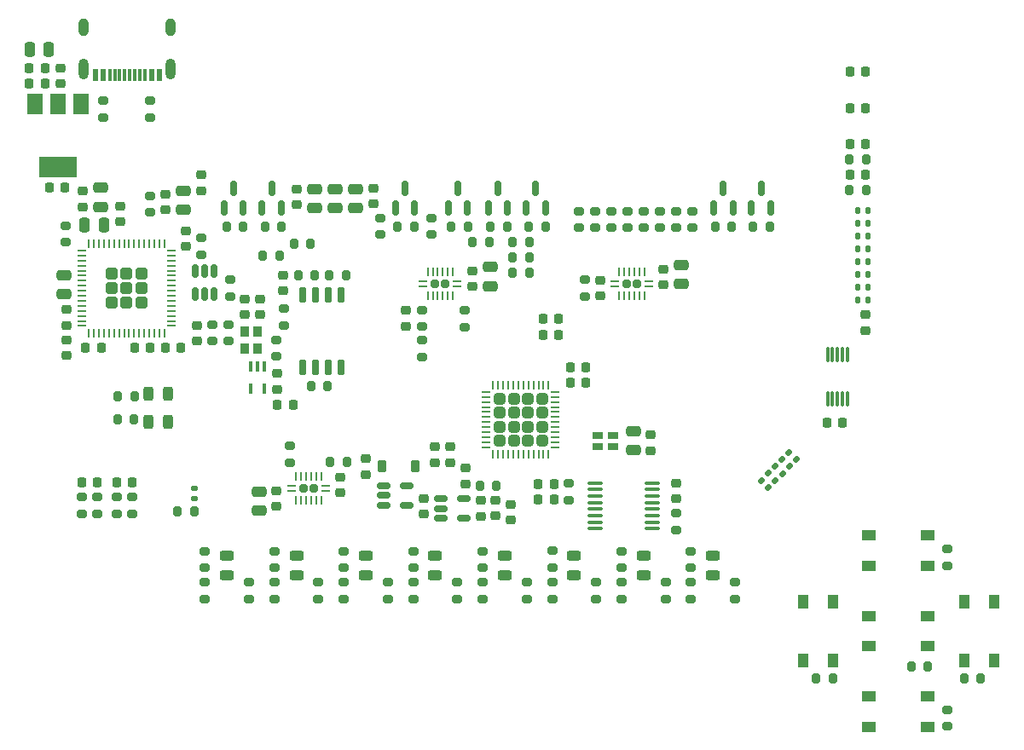
<source format=gbr>
%TF.GenerationSoftware,KiCad,Pcbnew,7.0.7*%
%TF.CreationDate,2024-01-22T13:38:32-08:00*%
%TF.ProjectId,ProgrammaGull_Sandpiper,50726f67-7261-46d6-9d61-47756c6c5f53,rev?*%
%TF.SameCoordinates,Original*%
%TF.FileFunction,Paste,Top*%
%TF.FilePolarity,Positive*%
%FSLAX46Y46*%
G04 Gerber Fmt 4.6, Leading zero omitted, Abs format (unit mm)*
G04 Created by KiCad (PCBNEW 7.0.7) date 2024-01-22 13:38:32*
%MOMM*%
%LPD*%
G01*
G04 APERTURE LIST*
G04 Aperture macros list*
%AMRoundRect*
0 Rectangle with rounded corners*
0 $1 Rounding radius*
0 $2 $3 $4 $5 $6 $7 $8 $9 X,Y pos of 4 corners*
0 Add a 4 corners polygon primitive as box body*
4,1,4,$2,$3,$4,$5,$6,$7,$8,$9,$2,$3,0*
0 Add four circle primitives for the rounded corners*
1,1,$1+$1,$2,$3*
1,1,$1+$1,$4,$5*
1,1,$1+$1,$6,$7*
1,1,$1+$1,$8,$9*
0 Add four rect primitives between the rounded corners*
20,1,$1+$1,$2,$3,$4,$5,0*
20,1,$1+$1,$4,$5,$6,$7,0*
20,1,$1+$1,$6,$7,$8,$9,0*
20,1,$1+$1,$8,$9,$2,$3,0*%
G04 Aperture macros list end*
%ADD10R,1.350000X1.100000*%
%ADD11RoundRect,0.200000X-0.275000X0.200000X-0.275000X-0.200000X0.275000X-0.200000X0.275000X0.200000X0*%
%ADD12RoundRect,0.200000X0.275000X-0.200000X0.275000X0.200000X-0.275000X0.200000X-0.275000X-0.200000X0*%
%ADD13RoundRect,0.200000X0.200000X0.275000X-0.200000X0.275000X-0.200000X-0.275000X0.200000X-0.275000X0*%
%ADD14RoundRect,0.048000X-0.152000X0.427000X-0.152000X-0.427000X0.152000X-0.427000X0.152000X0.427000X0*%
%ADD15RoundRect,0.135000X0.135000X0.185000X-0.135000X0.185000X-0.135000X-0.185000X0.135000X-0.185000X0*%
%ADD16RoundRect,0.225000X0.250000X-0.225000X0.250000X0.225000X-0.250000X0.225000X-0.250000X-0.225000X0*%
%ADD17RoundRect,0.225000X-0.250000X0.225000X-0.250000X-0.225000X0.250000X-0.225000X0.250000X0.225000X0*%
%ADD18RoundRect,0.250000X-0.475000X0.250000X-0.475000X-0.250000X0.475000X-0.250000X0.475000X0.250000X0*%
%ADD19RoundRect,0.150000X0.150000X-0.587500X0.150000X0.587500X-0.150000X0.587500X-0.150000X-0.587500X0*%
%ADD20R,0.600000X1.150000*%
%ADD21R,0.300000X1.150000*%
%ADD22O,1.000000X2.100000*%
%ADD23O,1.000000X1.800000*%
%ADD24RoundRect,0.225000X-0.225000X-0.250000X0.225000X-0.250000X0.225000X0.250000X-0.225000X0.250000X0*%
%ADD25RoundRect,0.135000X-0.226274X-0.035355X-0.035355X-0.226274X0.226274X0.035355X0.035355X0.226274X0*%
%ADD26RoundRect,0.200000X-0.200000X-0.275000X0.200000X-0.275000X0.200000X0.275000X-0.200000X0.275000X0*%
%ADD27R,1.100000X1.350000*%
%ADD28RoundRect,0.202500X-0.202500X0.202500X-0.202500X-0.202500X0.202500X-0.202500X0.202500X0.202500X0*%
%ADD29RoundRect,0.062500X-0.350000X0.062500X-0.350000X-0.062500X0.350000X-0.062500X0.350000X0.062500X0*%
%ADD30RoundRect,0.062500X-0.062500X0.350000X-0.062500X-0.350000X0.062500X-0.350000X0.062500X0.350000X0*%
%ADD31RoundRect,0.100000X-0.637500X-0.100000X0.637500X-0.100000X0.637500X0.100000X-0.637500X0.100000X0*%
%ADD32RoundRect,0.243750X0.456250X-0.243750X0.456250X0.243750X-0.456250X0.243750X-0.456250X-0.243750X0*%
%ADD33RoundRect,0.135000X-0.135000X-0.185000X0.135000X-0.185000X0.135000X0.185000X-0.135000X0.185000X0*%
%ADD34RoundRect,0.150000X-0.512500X-0.150000X0.512500X-0.150000X0.512500X0.150000X-0.512500X0.150000X0*%
%ADD35RoundRect,0.250000X0.250000X0.475000X-0.250000X0.475000X-0.250000X-0.475000X0.250000X-0.475000X0*%
%ADD36RoundRect,0.250000X0.475000X-0.250000X0.475000X0.250000X-0.475000X0.250000X-0.475000X-0.250000X0*%
%ADD37RoundRect,0.075000X0.075000X-0.650000X0.075000X0.650000X-0.075000X0.650000X-0.075000X-0.650000X0*%
%ADD38RoundRect,0.225000X0.225000X0.250000X-0.225000X0.250000X-0.225000X-0.250000X0.225000X-0.250000X0*%
%ADD39RoundRect,0.243750X-0.243750X-0.456250X0.243750X-0.456250X0.243750X0.456250X-0.243750X0.456250X0*%
%ADD40RoundRect,0.250000X-0.315000X0.315000X-0.315000X-0.315000X0.315000X-0.315000X0.315000X0.315000X0*%
%ADD41RoundRect,0.062500X-0.062500X0.375000X-0.062500X-0.375000X0.062500X-0.375000X0.062500X0.375000X0*%
%ADD42RoundRect,0.062500X-0.375000X0.062500X-0.375000X-0.062500X0.375000X-0.062500X0.375000X0.062500X0*%
%ADD43RoundRect,0.135000X-0.185000X0.135000X-0.185000X-0.135000X0.185000X-0.135000X0.185000X0.135000X0*%
%ADD44RoundRect,0.225000X0.225000X0.375000X-0.225000X0.375000X-0.225000X-0.375000X0.225000X-0.375000X0*%
%ADD45RoundRect,0.202500X0.202500X-0.202500X0.202500X0.202500X-0.202500X0.202500X-0.202500X-0.202500X0*%
%ADD46RoundRect,0.062500X0.350000X-0.062500X0.350000X0.062500X-0.350000X0.062500X-0.350000X-0.062500X0*%
%ADD47RoundRect,0.062500X0.062500X-0.350000X0.062500X0.350000X-0.062500X0.350000X-0.062500X-0.350000X0*%
%ADD48R,1.500000X2.000000*%
%ADD49R,3.800000X2.000000*%
%ADD50RoundRect,0.218750X0.256250X-0.218750X0.256250X0.218750X-0.256250X0.218750X-0.256250X-0.218750X0*%
%ADD51R,0.900000X1.100000*%
%ADD52RoundRect,0.150000X0.150000X-0.512500X0.150000X0.512500X-0.150000X0.512500X-0.150000X-0.512500X0*%
%ADD53RoundRect,0.250000X-0.335000X0.335000X-0.335000X-0.335000X0.335000X-0.335000X0.335000X0.335000X0*%
%ADD54RoundRect,0.062500X-0.062500X0.337500X-0.062500X-0.337500X0.062500X-0.337500X0.062500X0.337500X0*%
%ADD55RoundRect,0.062500X-0.337500X0.062500X-0.337500X-0.062500X0.337500X-0.062500X0.337500X0.062500X0*%
%ADD56RoundRect,0.150000X0.150000X-0.650000X0.150000X0.650000X-0.150000X0.650000X-0.150000X-0.650000X0*%
%ADD57R,1.000000X0.800000*%
G04 APERTURE END LIST*
D10*
%TO.C,SW10*%
X109575000Y-94000000D03*
X115425000Y-94000000D03*
X109575000Y-97000000D03*
X115425000Y-97000000D03*
%TD*%
D11*
%TO.C,R12*%
X64300000Y-82675000D03*
X64300000Y-84325000D03*
%TD*%
D12*
%TO.C,R19*%
X89400000Y-84325000D03*
X89400000Y-82675000D03*
%TD*%
D13*
%TO.C,R84*%
X109275000Y-43680000D03*
X107625000Y-43680000D03*
%TD*%
D14*
%TO.C,U2*%
X49500000Y-61200000D03*
X48850000Y-61200000D03*
X48200000Y-61200000D03*
X48200000Y-63400000D03*
X49500000Y-63400000D03*
%TD*%
D11*
%TO.C,R77*%
X36405000Y-74205000D03*
X36405000Y-75855000D03*
%TD*%
D15*
%TO.C,R93*%
X109510000Y-48260000D03*
X108490000Y-48260000D03*
%TD*%
D16*
%TO.C,C28*%
X87900000Y-69575000D03*
X87900000Y-68025000D03*
%TD*%
D12*
%TO.C,R13*%
X68700000Y-84325000D03*
X68700000Y-82675000D03*
%TD*%
%TO.C,R55*%
X43600000Y-81225000D03*
X43600000Y-79575000D03*
%TD*%
D17*
%TO.C,C5*%
X69500000Y-71325000D03*
X69500000Y-72875000D03*
%TD*%
D18*
%TO.C,C57*%
X58590000Y-43600000D03*
X58590000Y-45500000D03*
%TD*%
D12*
%TO.C,R17*%
X82500000Y-84325000D03*
X82500000Y-82675000D03*
%TD*%
D11*
%TO.C,R51*%
X65150000Y-55625000D03*
X65150000Y-57275000D03*
%TD*%
D19*
%TO.C,Q4*%
X67800000Y-45437500D03*
X69700000Y-45437500D03*
X68750000Y-43562500D03*
%TD*%
D20*
%TO.C,P1*%
X39120000Y-32255000D03*
X38320000Y-32255000D03*
D21*
X37170000Y-32255000D03*
X36170000Y-32255000D03*
X35670000Y-32255000D03*
X34670000Y-32255000D03*
D20*
X33520000Y-32255000D03*
X32720000Y-32255000D03*
X32720000Y-32255000D03*
X33520000Y-32255000D03*
D21*
X34170000Y-32255000D03*
X35170000Y-32255000D03*
X36670000Y-32255000D03*
X37670000Y-32255000D03*
D20*
X38320000Y-32255000D03*
X39120000Y-32255000D03*
D22*
X40240000Y-31680000D03*
D23*
X40240000Y-27500000D03*
D22*
X31600000Y-31680000D03*
D23*
X31600000Y-27500000D03*
%TD*%
D24*
%TO.C,C39*%
X34850000Y-72740000D03*
X36400000Y-72740000D03*
%TD*%
D12*
%TO.C,R33*%
X46000000Y-58725000D03*
X46000000Y-57075000D03*
%TD*%
D16*
%TO.C,C13*%
X35200000Y-46850000D03*
X35200000Y-45300000D03*
%TD*%
%TO.C,C9*%
X51410000Y-53730000D03*
X51410000Y-52180000D03*
%TD*%
D18*
%TO.C,C58*%
X56550000Y-43600000D03*
X56550000Y-45500000D03*
%TD*%
D16*
%TO.C,C44*%
X109200000Y-57645000D03*
X109200000Y-56095000D03*
%TD*%
D13*
%TO.C,R5*%
X72587500Y-73075000D03*
X70937500Y-73075000D03*
%TD*%
D17*
%TO.C,C16*%
X42800000Y-57125000D03*
X42800000Y-58675000D03*
%TD*%
D13*
%TO.C,R26*%
X120665000Y-92250000D03*
X119015000Y-92250000D03*
%TD*%
D16*
%TO.C,C11*%
X41700000Y-49325000D03*
X41700000Y-47775000D03*
%TD*%
D25*
%TO.C,R25*%
X99549376Y-71839376D03*
X100270624Y-72560624D03*
%TD*%
D26*
%TO.C,R70*%
X62775000Y-47300000D03*
X64425000Y-47300000D03*
%TD*%
D13*
%TO.C,R85*%
X36600000Y-66500000D03*
X34950000Y-66500000D03*
%TD*%
D11*
%TO.C,R16*%
X78100000Y-82675000D03*
X78100000Y-84325000D03*
%TD*%
D27*
%TO.C,SW12*%
X103000000Y-90425000D03*
X103000000Y-84575000D03*
X106000000Y-90425000D03*
X106000000Y-84575000D03*
%TD*%
D17*
%TO.C,C46*%
X29850000Y-58575000D03*
X29850000Y-60125000D03*
%TD*%
D28*
%TO.C,U3*%
X67500000Y-53000000D03*
X66500000Y-53000000D03*
D29*
X68687500Y-52750000D03*
D30*
X68250000Y-51812500D03*
X67750000Y-51812500D03*
X67250000Y-51812500D03*
X66750000Y-51812500D03*
X66250000Y-51812500D03*
X65750000Y-51812500D03*
D29*
X65312500Y-52750000D03*
X65312500Y-53250000D03*
D30*
X65750000Y-54187500D03*
X66250000Y-54187500D03*
X66750000Y-54187500D03*
X67250000Y-54187500D03*
X67750000Y-54187500D03*
X68250000Y-54187500D03*
D29*
X68687500Y-53250000D03*
%TD*%
D12*
%TO.C,R30*%
X79750000Y-74475000D03*
X79750000Y-72825000D03*
%TD*%
D31*
%TO.C,U9*%
X82350000Y-72800000D03*
X82350000Y-73450000D03*
X82350000Y-74100000D03*
X82350000Y-74750000D03*
X82350000Y-75400000D03*
X82350000Y-76050000D03*
X82350000Y-76700000D03*
X82350000Y-77350000D03*
X88075000Y-77350000D03*
X88075000Y-76700000D03*
X88075000Y-76050000D03*
X88075000Y-75400000D03*
X88075000Y-74750000D03*
X88075000Y-74100000D03*
X88075000Y-73450000D03*
X88075000Y-72800000D03*
%TD*%
D12*
%TO.C,R6*%
X48000000Y-84325000D03*
X48000000Y-82675000D03*
%TD*%
D32*
%TO.C,D9*%
X94100000Y-81937500D03*
X94100000Y-80062500D03*
%TD*%
D33*
%TO.C,R98*%
X108490000Y-49530000D03*
X109510000Y-49530000D03*
%TD*%
D34*
%TO.C,U5*%
X61350000Y-73100000D03*
X61350000Y-74050000D03*
X61350000Y-75000000D03*
X63625000Y-75000000D03*
X63625000Y-73100000D03*
%TD*%
D12*
%TO.C,R9*%
X54900000Y-84325000D03*
X54900000Y-82675000D03*
%TD*%
D13*
%TO.C,R90*%
X75825000Y-51950000D03*
X74175000Y-51950000D03*
%TD*%
D11*
%TO.C,R10*%
X57400000Y-82675000D03*
X57400000Y-84325000D03*
%TD*%
D13*
%TO.C,R83*%
X109275000Y-40640000D03*
X107625000Y-40640000D03*
%TD*%
D35*
%TO.C,C10*%
X33600000Y-47150000D03*
X31700000Y-47150000D03*
%TD*%
D25*
%TO.C,R23*%
X100939376Y-70439376D03*
X101660624Y-71160624D03*
%TD*%
D36*
%TO.C,C15*%
X41500000Y-45650000D03*
X41500000Y-43750000D03*
%TD*%
D12*
%TO.C,R34*%
X43300000Y-50125000D03*
X43300000Y-48475000D03*
%TD*%
D17*
%TO.C,C56*%
X74000000Y-74925000D03*
X74000000Y-76475000D03*
%TD*%
D36*
%TO.C,C27*%
X86150000Y-69550000D03*
X86150000Y-67650000D03*
%TD*%
D12*
%TO.C,R4*%
X33510000Y-36480000D03*
X33510000Y-34830000D03*
%TD*%
%TO.C,R3*%
X38210000Y-36480000D03*
X38210000Y-34830000D03*
%TD*%
D32*
%TO.C,D2*%
X45800000Y-81937500D03*
X45800000Y-80062500D03*
%TD*%
D16*
%TO.C,C55*%
X29850000Y-57125000D03*
X29850000Y-55575000D03*
%TD*%
D24*
%TO.C,C19*%
X79925000Y-62850000D03*
X81475000Y-62850000D03*
%TD*%
%TO.C,C40*%
X105375000Y-66800000D03*
X106925000Y-66800000D03*
%TD*%
D11*
%TO.C,R47*%
X87200000Y-45775000D03*
X87200000Y-47425000D03*
%TD*%
D25*
%TO.C,R29*%
X98850000Y-72550000D03*
X99571248Y-73271248D03*
%TD*%
D19*
%TO.C,Q6*%
X75525000Y-45437500D03*
X77425000Y-45437500D03*
X76475000Y-43562500D03*
%TD*%
D12*
%TO.C,R21*%
X96300000Y-84325000D03*
X96300000Y-82675000D03*
%TD*%
%TO.C,R60*%
X78100000Y-81200000D03*
X78100000Y-79550000D03*
%TD*%
D16*
%TO.C,C37*%
X82850000Y-54225000D03*
X82850000Y-52675000D03*
%TD*%
D37*
%TO.C,U11*%
X105450000Y-64455000D03*
X105950000Y-64455000D03*
X106450000Y-64455000D03*
X106950000Y-64455000D03*
X107450000Y-64455000D03*
X107450000Y-60055000D03*
X106950000Y-60055000D03*
X106450000Y-60055000D03*
X105950000Y-60055000D03*
X105450000Y-60055000D03*
%TD*%
D34*
%TO.C,U4*%
X67062500Y-74375000D03*
X67062500Y-75325000D03*
X67062500Y-76275000D03*
X69337500Y-76275000D03*
X69337500Y-74375000D03*
%TD*%
D36*
%TO.C,C35*%
X72000000Y-53250000D03*
X72000000Y-51350000D03*
%TD*%
D17*
%TO.C,C29*%
X50750000Y-73585000D03*
X50750000Y-75135000D03*
%TD*%
D11*
%TO.C,R75*%
X31400000Y-74205000D03*
X31400000Y-75855000D03*
%TD*%
D24*
%TO.C,C23*%
X76725000Y-74400000D03*
X78275000Y-74400000D03*
%TD*%
D26*
%TO.C,R67*%
X45775000Y-47300000D03*
X47425000Y-47300000D03*
%TD*%
D32*
%TO.C,D6*%
X73400000Y-81937500D03*
X73400000Y-80062500D03*
%TD*%
D26*
%TO.C,R79*%
X113775000Y-91040000D03*
X115425000Y-91040000D03*
%TD*%
D33*
%TO.C,R96*%
X108490000Y-54610000D03*
X109510000Y-54610000D03*
%TD*%
D38*
%TO.C,C47*%
X41250000Y-59400000D03*
X39700000Y-59400000D03*
%TD*%
D17*
%TO.C,C20*%
X68000000Y-69200000D03*
X68000000Y-70750000D03*
%TD*%
%TO.C,C31*%
X57060000Y-72205000D03*
X57060000Y-73755000D03*
%TD*%
D11*
%TO.C,R91*%
X66150000Y-46475000D03*
X66150000Y-48125000D03*
%TD*%
%TO.C,R89*%
X61000000Y-46475000D03*
X61000000Y-48125000D03*
%TD*%
D36*
%TO.C,C33*%
X90950000Y-53050000D03*
X90950000Y-51150000D03*
%TD*%
D26*
%TO.C,R63*%
X40905000Y-75620000D03*
X42555000Y-75620000D03*
%TD*%
D39*
%TO.C,D11*%
X38050000Y-66750000D03*
X39925000Y-66750000D03*
%TD*%
D19*
%TO.C,Q2*%
X49300000Y-45437500D03*
X51200000Y-45437500D03*
X50250000Y-43562500D03*
%TD*%
D40*
%TO.C,U1*%
X77100000Y-64400000D03*
X75700000Y-64400000D03*
X74300000Y-64400000D03*
X72900000Y-64400000D03*
X77100000Y-65800000D03*
X75700000Y-65800000D03*
X74300000Y-65800000D03*
X72900000Y-65800000D03*
X77100000Y-67200000D03*
X75700000Y-67200000D03*
X74300000Y-67200000D03*
X72900000Y-67200000D03*
X77100000Y-68600000D03*
X75700000Y-68600000D03*
X74300000Y-68600000D03*
X72900000Y-68600000D03*
D41*
X77750000Y-63062500D03*
X77250000Y-63062500D03*
X76750000Y-63062500D03*
X76250000Y-63062500D03*
X75750000Y-63062500D03*
X75250000Y-63062500D03*
X74750000Y-63062500D03*
X74250000Y-63062500D03*
X73750000Y-63062500D03*
X73250000Y-63062500D03*
X72750000Y-63062500D03*
X72250000Y-63062500D03*
D42*
X71562500Y-63750000D03*
X71562500Y-64250000D03*
X71562500Y-64750000D03*
X71562500Y-65250000D03*
X71562500Y-65750000D03*
X71562500Y-66250000D03*
X71562500Y-66750000D03*
X71562500Y-67250000D03*
X71562500Y-67750000D03*
X71562500Y-68250000D03*
X71562500Y-68750000D03*
X71562500Y-69250000D03*
D41*
X72250000Y-69937500D03*
X72750000Y-69937500D03*
X73250000Y-69937500D03*
X73750000Y-69937500D03*
X74250000Y-69937500D03*
X74750000Y-69937500D03*
X75250000Y-69937500D03*
X75750000Y-69937500D03*
X76250000Y-69937500D03*
X76750000Y-69937500D03*
X77250000Y-69937500D03*
X77750000Y-69937500D03*
D42*
X78437500Y-69250000D03*
X78437500Y-68750000D03*
X78437500Y-68250000D03*
X78437500Y-67750000D03*
X78437500Y-67250000D03*
X78437500Y-66750000D03*
X78437500Y-66250000D03*
X78437500Y-65750000D03*
X78437500Y-65250000D03*
X78437500Y-64750000D03*
X78437500Y-64250000D03*
X78437500Y-63750000D03*
%TD*%
D43*
%TO.C,R64*%
X42550000Y-73295000D03*
X42550000Y-74315000D03*
%TD*%
D12*
%TO.C,R37*%
X44400000Y-58725000D03*
X44400000Y-57075000D03*
%TD*%
D38*
%TO.C,C46*%
X33325000Y-59400000D03*
X31775000Y-59400000D03*
%TD*%
D11*
%TO.C,R22*%
X117340000Y-79345000D03*
X117340000Y-80995000D03*
%TD*%
%TO.C,R43*%
X80800000Y-45775000D03*
X80800000Y-47425000D03*
%TD*%
D17*
%TO.C,C8*%
X72500000Y-74525000D03*
X72500000Y-76075000D03*
%TD*%
D16*
%TO.C,C14*%
X39700000Y-45675000D03*
X39700000Y-44125000D03*
%TD*%
D11*
%TO.C,R18*%
X85000000Y-82675000D03*
X85000000Y-84325000D03*
%TD*%
D19*
%TO.C,Q8*%
X97900000Y-45437500D03*
X99800000Y-45437500D03*
X98850000Y-43562500D03*
%TD*%
D28*
%TO.C,U12*%
X86500000Y-53000000D03*
X85500000Y-53000000D03*
D29*
X87687500Y-52750000D03*
D30*
X87250000Y-51812500D03*
X86750000Y-51812500D03*
X86250000Y-51812500D03*
X85750000Y-51812500D03*
X85250000Y-51812500D03*
X84750000Y-51812500D03*
D29*
X84312500Y-52750000D03*
X84312500Y-53250000D03*
D30*
X84750000Y-54187500D03*
X85250000Y-54187500D03*
X85750000Y-54187500D03*
X86250000Y-54187500D03*
X86750000Y-54187500D03*
X87250000Y-54187500D03*
D29*
X87687500Y-53250000D03*
%TD*%
D13*
%TO.C,R86*%
X36650000Y-64200000D03*
X35000000Y-64200000D03*
%TD*%
D17*
%TO.C,C7*%
X90400000Y-72825000D03*
X90400000Y-74375000D03*
%TD*%
D44*
%TO.C,D1*%
X64475000Y-71100000D03*
X61175000Y-71100000D03*
%TD*%
D32*
%TO.C,D7*%
X80300000Y-81937500D03*
X80300000Y-80062500D03*
%TD*%
D11*
%TO.C,R44*%
X82400000Y-45775000D03*
X82400000Y-47425000D03*
%TD*%
D26*
%TO.C,R68*%
X49600000Y-47300000D03*
X51250000Y-47300000D03*
%TD*%
D45*
%TO.C,U13*%
X53422500Y-73360000D03*
X54422500Y-73360000D03*
D46*
X52235000Y-73610000D03*
D47*
X52672500Y-74547500D03*
X53172500Y-74547500D03*
X53672500Y-74547500D03*
X54172500Y-74547500D03*
X54672500Y-74547500D03*
X55172500Y-74547500D03*
D46*
X55610000Y-73610000D03*
X55610000Y-73110000D03*
D47*
X55172500Y-72172500D03*
X54672500Y-72172500D03*
X54172500Y-72172500D03*
X53672500Y-72172500D03*
X53172500Y-72172500D03*
X52672500Y-72172500D03*
D46*
X52235000Y-73110000D03*
%TD*%
D48*
%TO.C,U15*%
X31350000Y-35150000D03*
X29050000Y-35150000D03*
D49*
X29050000Y-41450000D03*
D48*
X26750000Y-35150000D03*
%TD*%
D24*
%TO.C,C48*%
X77200000Y-56500000D03*
X78750000Y-56500000D03*
%TD*%
D12*
%TO.C,R57*%
X57400000Y-81225000D03*
X57400000Y-79575000D03*
%TD*%
D50*
%TO.C,FB1*%
X31500000Y-45387500D03*
X31500000Y-43812500D03*
%TD*%
D26*
%TO.C,R65*%
X56075000Y-70700000D03*
X57725000Y-70700000D03*
%TD*%
%TO.C,R74*%
X98075000Y-47300000D03*
X99725000Y-47300000D03*
%TD*%
D11*
%TO.C,R76*%
X32950000Y-74205000D03*
X32950000Y-75855000D03*
%TD*%
D19*
%TO.C,Q7*%
X94150000Y-45437500D03*
X96050000Y-45437500D03*
X95100000Y-43562500D03*
%TD*%
D11*
%TO.C,R49*%
X90400000Y-45775000D03*
X90400000Y-47425000D03*
%TD*%
D24*
%TO.C,C22*%
X76725000Y-72900000D03*
X78275000Y-72900000D03*
%TD*%
D12*
%TO.C,R59*%
X71200000Y-81225000D03*
X71200000Y-79575000D03*
%TD*%
D26*
%TO.C,R69*%
X68075000Y-47300000D03*
X69725000Y-47300000D03*
%TD*%
D11*
%TO.C,R31*%
X90400000Y-75825000D03*
X90400000Y-77475000D03*
%TD*%
D13*
%TO.C,R2*%
X71875000Y-48850000D03*
X70225000Y-48850000D03*
%TD*%
D51*
%TO.C,X1*%
X47550000Y-57750000D03*
X47550000Y-59450000D03*
X48850000Y-59450000D03*
X48850000Y-57750000D03*
%TD*%
D17*
%TO.C,C1*%
X29250000Y-31575000D03*
X29250000Y-33125000D03*
%TD*%
D32*
%TO.C,D4*%
X59600000Y-81937500D03*
X59600000Y-80062500D03*
%TD*%
%TO.C,D5*%
X66500000Y-81937500D03*
X66500000Y-80062500D03*
%TD*%
D13*
%TO.C,R40*%
X55825000Y-63200000D03*
X54175000Y-63200000D03*
%TD*%
D52*
%TO.C,U6*%
X42650000Y-54037500D03*
X43600000Y-54037500D03*
X44550000Y-54037500D03*
X44550000Y-51762500D03*
X43600000Y-51762500D03*
X42650000Y-51762500D03*
%TD*%
D33*
%TO.C,R97*%
X108490000Y-52070000D03*
X109510000Y-52070000D03*
%TD*%
D17*
%TO.C,C60*%
X52750000Y-43575000D03*
X52750000Y-45125000D03*
%TD*%
D36*
%TO.C,C12*%
X33300000Y-45350000D03*
X33300000Y-43450000D03*
%TD*%
D12*
%TO.C,R15*%
X75600000Y-84325000D03*
X75600000Y-82675000D03*
%TD*%
D26*
%TO.C,R87*%
X52475000Y-49000000D03*
X54125000Y-49000000D03*
%TD*%
D35*
%TO.C,C25*%
X28100000Y-29750000D03*
X26200000Y-29750000D03*
%TD*%
D53*
%TO.C,U7*%
X37300000Y-52000000D03*
X35850000Y-52000000D03*
X34400000Y-52000000D03*
X37300000Y-53450000D03*
X35850000Y-53450000D03*
X34400000Y-53450000D03*
X37300000Y-54900000D03*
X35850000Y-54900000D03*
X34400000Y-54900000D03*
D54*
X39600000Y-49000000D03*
X39100000Y-49000000D03*
X38600000Y-49000000D03*
X38100000Y-49000000D03*
X37600000Y-49000000D03*
X37100000Y-49000000D03*
X36600000Y-49000000D03*
X36100000Y-49000000D03*
X35600000Y-49000000D03*
X35100000Y-49000000D03*
X34600000Y-49000000D03*
X34100000Y-49000000D03*
X33600000Y-49000000D03*
X33100000Y-49000000D03*
X32600000Y-49000000D03*
X32100000Y-49000000D03*
D55*
X31400000Y-49700000D03*
X31400000Y-50200000D03*
X31400000Y-50700000D03*
X31400000Y-51200000D03*
X31400000Y-51700000D03*
X31400000Y-52200000D03*
X31400000Y-52700000D03*
X31400000Y-53200000D03*
X31400000Y-53700000D03*
X31400000Y-54200000D03*
X31400000Y-54700000D03*
X31400000Y-55200000D03*
X31400000Y-55700000D03*
X31400000Y-56200000D03*
X31400000Y-56700000D03*
X31400000Y-57200000D03*
D54*
X32100000Y-57900000D03*
X32600000Y-57900000D03*
X33100000Y-57900000D03*
X33600000Y-57900000D03*
X34100000Y-57900000D03*
X34600000Y-57900000D03*
X35100000Y-57900000D03*
X35600000Y-57900000D03*
X36100000Y-57900000D03*
X36600000Y-57900000D03*
X37100000Y-57900000D03*
X37600000Y-57900000D03*
X38100000Y-57900000D03*
X38600000Y-57900000D03*
X39100000Y-57900000D03*
X39600000Y-57900000D03*
D55*
X40300000Y-57200000D03*
X40300000Y-56700000D03*
X40300000Y-56200000D03*
X40300000Y-55700000D03*
X40300000Y-55200000D03*
X40300000Y-54700000D03*
X40300000Y-54200000D03*
X40300000Y-53700000D03*
X40300000Y-53200000D03*
X40300000Y-52700000D03*
X40300000Y-52200000D03*
X40300000Y-51700000D03*
X40300000Y-51200000D03*
X40300000Y-50700000D03*
X40300000Y-50200000D03*
X40300000Y-49700000D03*
%TD*%
D13*
%TO.C,R54*%
X75825000Y-48850000D03*
X74175000Y-48850000D03*
%TD*%
D11*
%TO.C,R36*%
X46150000Y-52625000D03*
X46150000Y-54275000D03*
%TD*%
D26*
%TO.C,R71*%
X72000000Y-47300000D03*
X73650000Y-47300000D03*
%TD*%
D38*
%TO.C,C43*%
X109225000Y-35570000D03*
X107675000Y-35570000D03*
%TD*%
D12*
%TO.C,R61*%
X85000000Y-81225000D03*
X85000000Y-79575000D03*
%TD*%
D10*
%TO.C,SW9*%
X109575000Y-78000000D03*
X115425000Y-78000000D03*
X109575000Y-81000000D03*
X115425000Y-81000000D03*
%TD*%
D38*
%TO.C,C26*%
X27725000Y-31550000D03*
X26175000Y-31550000D03*
%TD*%
D26*
%TO.C,R35*%
X49375000Y-50250000D03*
X51025000Y-50250000D03*
%TD*%
D11*
%TO.C,R24*%
X117340000Y-95345000D03*
X117340000Y-96995000D03*
%TD*%
D17*
%TO.C,C36*%
X63600000Y-55675000D03*
X63600000Y-57225000D03*
%TD*%
D12*
%TO.C,R58*%
X64300000Y-81225000D03*
X64300000Y-79575000D03*
%TD*%
D10*
%TO.C,SW13*%
X109575000Y-86000000D03*
X115425000Y-86000000D03*
X109575000Y-89000000D03*
X115425000Y-89000000D03*
%TD*%
D17*
%TO.C,C21*%
X66500000Y-69200000D03*
X66500000Y-70750000D03*
%TD*%
D12*
%TO.C,R66*%
X52100000Y-70775000D03*
X52100000Y-69125000D03*
%TD*%
D13*
%TO.C,R41*%
X54525000Y-52200000D03*
X52875000Y-52200000D03*
%TD*%
D56*
%TO.C,U14*%
X53295000Y-61300000D03*
X54565000Y-61300000D03*
X55835000Y-61300000D03*
X57105000Y-61300000D03*
X57105000Y-54100000D03*
X55835000Y-54100000D03*
X54565000Y-54100000D03*
X53295000Y-54100000D03*
%TD*%
D57*
%TO.C,D10*%
X84162500Y-69200000D03*
X82662500Y-69200000D03*
X82662500Y-68100000D03*
X84162500Y-68100000D03*
%TD*%
D24*
%TO.C,C53*%
X50825000Y-65000000D03*
X52375000Y-65000000D03*
%TD*%
D11*
%TO.C,R38*%
X38200000Y-44275000D03*
X38200000Y-45925000D03*
%TD*%
%TO.C,R8*%
X50500000Y-82675000D03*
X50500000Y-84325000D03*
%TD*%
D26*
%TO.C,R73*%
X94275000Y-47300000D03*
X95925000Y-47300000D03*
%TD*%
D27*
%TO.C,SW11*%
X122000000Y-84575000D03*
X122000000Y-90425000D03*
X119000000Y-84575000D03*
X119000000Y-90425000D03*
%TD*%
D11*
%TO.C,R14*%
X71200000Y-82675000D03*
X71200000Y-84325000D03*
%TD*%
D12*
%TO.C,R32*%
X51500000Y-57125000D03*
X51500000Y-55475000D03*
%TD*%
%TO.C,R11*%
X61800000Y-84325000D03*
X61800000Y-82675000D03*
%TD*%
D17*
%TO.C,C61*%
X60350000Y-43525000D03*
X60350000Y-45075000D03*
%TD*%
D38*
%TO.C,C4*%
X29725000Y-43450000D03*
X28175000Y-43450000D03*
%TD*%
D11*
%TO.C,R7*%
X43600000Y-82675000D03*
X43600000Y-84325000D03*
%TD*%
D25*
%TO.C,R80*%
X100249376Y-71139376D03*
X100970624Y-71860624D03*
%TD*%
D17*
%TO.C,C3*%
X65350000Y-74325000D03*
X65350000Y-75875000D03*
%TD*%
D16*
%TO.C,C2*%
X59630000Y-71955000D03*
X59630000Y-70405000D03*
%TD*%
D19*
%TO.C,Q3*%
X62550000Y-45437500D03*
X64450000Y-45437500D03*
X63500000Y-43562500D03*
%TD*%
D24*
%TO.C,C49*%
X77200000Y-58100000D03*
X78750000Y-58100000D03*
%TD*%
D12*
%TO.C,R62*%
X91900000Y-81225000D03*
X91900000Y-79575000D03*
%TD*%
D16*
%TO.C,C32*%
X89190000Y-53100000D03*
X89190000Y-51550000D03*
%TD*%
D11*
%TO.C,R48*%
X88800000Y-45775000D03*
X88800000Y-47425000D03*
%TD*%
D50*
%TO.C,FB2*%
X43250000Y-43787500D03*
X43250000Y-42212500D03*
%TD*%
D39*
%TO.C,D12*%
X38050000Y-63950000D03*
X39925000Y-63950000D03*
%TD*%
D32*
%TO.C,D8*%
X87200000Y-81937500D03*
X87200000Y-80062500D03*
%TD*%
D38*
%TO.C,C45*%
X109225000Y-42160000D03*
X107675000Y-42160000D03*
%TD*%
D33*
%TO.C,R99*%
X108490000Y-46990000D03*
X109510000Y-46990000D03*
%TD*%
D24*
%TO.C,C18*%
X79925000Y-61350000D03*
X81475000Y-61350000D03*
%TD*%
D12*
%TO.C,R1*%
X50750000Y-60225000D03*
X50750000Y-58575000D03*
%TD*%
D16*
%TO.C,C34*%
X70200000Y-53275000D03*
X70200000Y-51725000D03*
%TD*%
D15*
%TO.C,R95*%
X109510000Y-53340000D03*
X108490000Y-53340000D03*
%TD*%
D19*
%TO.C,Q5*%
X71775000Y-45437500D03*
X73675000Y-45437500D03*
X72725000Y-43562500D03*
%TD*%
D16*
%TO.C,C50*%
X47600000Y-56075000D03*
X47600000Y-54525000D03*
%TD*%
D38*
%TO.C,C41*%
X109200000Y-31970000D03*
X107650000Y-31970000D03*
%TD*%
D11*
%TO.C,R50*%
X92000000Y-45775000D03*
X92000000Y-47425000D03*
%TD*%
D38*
%TO.C,C38*%
X32950000Y-72730000D03*
X31400000Y-72730000D03*
%TD*%
D12*
%TO.C,R81*%
X65150000Y-60275000D03*
X65150000Y-58625000D03*
%TD*%
D16*
%TO.C,C52*%
X50800000Y-63475000D03*
X50800000Y-61925000D03*
%TD*%
D15*
%TO.C,R94*%
X109510000Y-50800000D03*
X108490000Y-50800000D03*
%TD*%
D25*
%TO.C,R27*%
X101630000Y-69740000D03*
X102351248Y-70461248D03*
%TD*%
D38*
%TO.C,C24*%
X27725000Y-33100000D03*
X26175000Y-33100000D03*
%TD*%
D11*
%TO.C,R39*%
X29800000Y-47225000D03*
X29800000Y-48875000D03*
%TD*%
D18*
%TO.C,C59*%
X54490000Y-43600000D03*
X54490000Y-45500000D03*
%TD*%
D11*
%TO.C,R20*%
X91900000Y-82675000D03*
X91900000Y-84325000D03*
%TD*%
D26*
%TO.C,R72*%
X75800000Y-47300000D03*
X77450000Y-47300000D03*
%TD*%
D19*
%TO.C,Q1*%
X45550000Y-45437500D03*
X47450000Y-45437500D03*
X46500000Y-43562500D03*
%TD*%
D12*
%TO.C,R56*%
X50500000Y-81225000D03*
X50500000Y-79575000D03*
%TD*%
D13*
%TO.C,R88*%
X75825000Y-50400000D03*
X74175000Y-50400000D03*
%TD*%
D17*
%TO.C,C6*%
X71000000Y-74550000D03*
X71000000Y-76100000D03*
%TD*%
D26*
%TO.C,R42*%
X55975000Y-52200000D03*
X57625000Y-52200000D03*
%TD*%
D12*
%TO.C,R52*%
X81350000Y-54275000D03*
X81350000Y-52625000D03*
%TD*%
D24*
%TO.C,C54*%
X36625000Y-59400000D03*
X38175000Y-59400000D03*
%TD*%
D15*
%TO.C,R92*%
X109510000Y-45720000D03*
X108490000Y-45720000D03*
%TD*%
D11*
%TO.C,R78*%
X34855000Y-74205000D03*
X34855000Y-75855000D03*
%TD*%
D18*
%TO.C,C17*%
X29600000Y-52150000D03*
X29600000Y-54050000D03*
%TD*%
D11*
%TO.C,R46*%
X85600000Y-45775000D03*
X85600000Y-47425000D03*
%TD*%
%TO.C,R45*%
X84000000Y-45775000D03*
X84000000Y-47425000D03*
%TD*%
D32*
%TO.C,D3*%
X52700000Y-81937500D03*
X52700000Y-80062500D03*
%TD*%
D18*
%TO.C,C30*%
X48980000Y-73630000D03*
X48980000Y-75530000D03*
%TD*%
D12*
%TO.C,R53*%
X69400000Y-57325000D03*
X69400000Y-55675000D03*
%TD*%
D16*
%TO.C,C51*%
X49100000Y-56075000D03*
X49100000Y-54525000D03*
%TD*%
D26*
%TO.C,R28*%
X104335000Y-92250000D03*
X105985000Y-92250000D03*
%TD*%
D38*
%TO.C,C42*%
X109225000Y-39120000D03*
X107675000Y-39120000D03*
%TD*%
M02*

</source>
